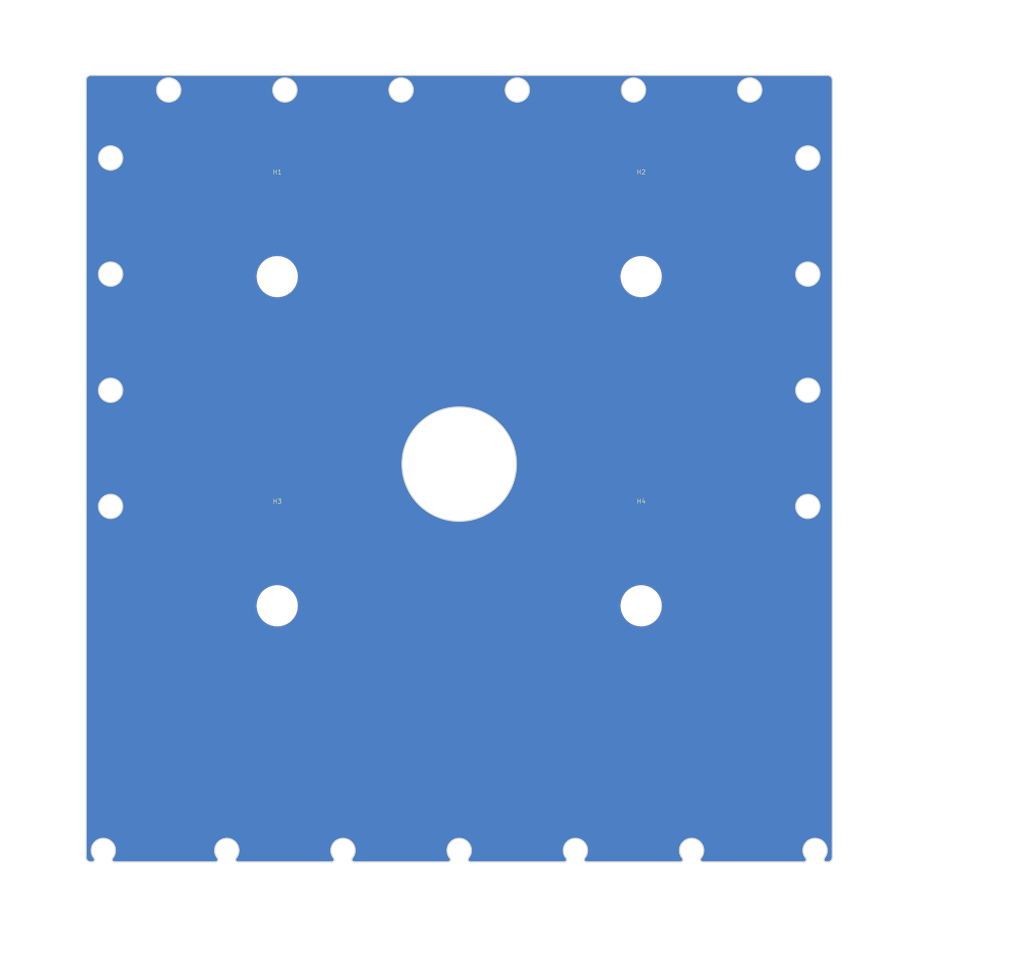
<source format=kicad_pcb>
(kicad_pcb (version 20221018) (generator pcbnew)
  (layers (0 "F.Cu" signal) (1 "In1.Cu" signal) (2 "In2.Cu" signal) (31 "B.Cu" signal) (34 "B.Paste" user) (35 "F.Paste" user) (36 "B.SilkS" user "B.Silkscreen") (37 "F.SilkS" user "F.Silkscreen") (38 "B.Mask" user) (39 "F.Mask" user) (44 "Edge.Cuts" user))
  (net 0 "")
  (footprint "0_Library:MountingHole_7.14mm" (layer "F.Cu") (at 41.775 42.995)
    (fp_text reference "H1" (at 0 -22.852 unlocked) (layer "F.SilkS") (effects (font (thickness 0.1))))
    (fp_text value "MountingHole")
    (pad "" np_thru_hole circle (at 0 0) (size 3.45 3.45) (drill 3.45) (layers "F&B.Cu" "*.Mask"))
  )
  (footprint "0_Library:MountingHole_7.14mm" (layer "F.Cu") (at 121.325 42.995)
    (fp_text reference "H2" (at 0 -22.852 unlocked) (layer "F.SilkS") (effects (font (thickness 0.1))))
    (fp_text value "MountingHole")
    (pad "" np_thru_hole circle (at 0 0) (size 3.45 3.45) (drill 3.45) (layers "F&B.Cu" "*.Mask"))
  )
  (footprint "0_Library:MountingHole_7.14mm" (layer "F.Cu") (at 41.775 114.985)
    (fp_text reference "H3" (at 0 -22.852 unlocked) (layer "F.SilkS") (effects (font (thickness 0.1))))
    (fp_text value "MountingHole")
    (pad "" np_thru_hole circle (at 0 0) (size 3.45 3.45) (drill 3.45) (layers "F&B.Cu" "*.Mask"))
  )
  (footprint "0_Library:MountingHole_7.14mm" (layer "F.Cu") (at 121.325 114.985)
    (fp_text reference "H4" (at 0 -22.852 unlocked) (layer "F.SilkS") (effects (font (thickness 0.1))))
    (fp_text value "MountingHole")
    (pad "" np_thru_hole circle (at 0 0) (size 3.45 3.45) (drill 3.45) (layers "F&B.Cu" "*.Mask"))
  )
  (gr_arc (start 58.583619 170.98) (mid 58.131534 170.693627) (end 58.19733 170.16254) (stroke (width 0.25)) (layer "Edge.Cuts"))
  (gr_arc (start 6.196119 170.98) (mid 5.744034 170.693627) (end 5.80983 170.16254) (stroke (width 0.25)) (layer "Edge.Cuts"))
  (gr_arc (start 109.383619 170.98) (mid 108.931534 170.693627) (end 108.99733 170.16254) (stroke (width 0.25)) (layer "Edge.Cuts"))
  (gr_arc (start 79.50267 170.16254) (mid 79.568453 170.69362) (end 79.116381 170.98) (stroke (width 0.25)) (layer "Edge.Cuts"))
  (gr_arc (start 104.90267 170.16254) (mid 106.95 165.83) (end 108.99733 170.16254) (stroke (width 0.25)) (layer "Edge.Cuts"))
  (gr_line (start 109.383619 170.98) (end 129.916381 170.98) (stroke (width 0.25)) (layer "Edge.Cuts"))
  (gr_arc (start 161.771119 170.98) (mid 161.319034 170.693627) (end 161.38483 170.16254) (stroke (width 0.25)) (layer "Edge.Cuts"))
  (gr_arc (start 163.1 169.98) (mid 162.807107 170.687107) (end 162.1 170.98) (stroke (width 0.25)) (layer "Edge.Cuts"))
  (gr_circle (center 5.35 93.25) (end 8 93.25) (stroke (width 0.25)) (fill none) (layer "Edge.Cuts"))
  (gr_circle (center 157.75 42.45) (end 160.4 42.45) (stroke (width 0.25)) (fill none) (layer "Edge.Cuts"))
  (gr_circle (center 157.75 93.25) (end 160.4 93.25) (stroke (width 0.25)) (fill none) (layer "Edge.Cuts"))
  (gr_arc (start 157.29017 170.16254) (mid 157.355953 170.69362) (end 156.903881 170.98) (stroke (width 0.25)) (layer "Edge.Cuts"))
  (gr_arc (start 130.30267 170.16254) (mid 132.35 165.83) (end 134.39733 170.16254) (stroke (width 0.25)) (layer "Edge.Cuts"))
  (gr_line (start 0 0) (end 0 169.98) (stroke (width 0.25)) (layer "Edge.Cuts"))
  (gr_circle (center 5.35 42.45) (end 8 42.45) (stroke (width 0.25)) (fill none) (layer "Edge.Cuts"))
  (gr_arc (start 130.30267 170.16254) (mid 130.368453 170.69362) (end 129.916381 170.98) (stroke (width 0.25)) (layer "Edge.Cuts"))
  (gr_arc (start 79.50267 170.16254) (mid 81.55 165.83) (end 83.59733 170.16254) (stroke (width 0.25)) (layer "Edge.Cuts"))
  (gr_arc (start 0 0) (mid 0.292893 -0.707107) (end 1 -1) (stroke (width 0.25)) (layer "Edge.Cuts"))
  (gr_circle (center 68.85 2.175) (end 71.5 2.175) (stroke (width 0.25)) (fill none) (layer "Edge.Cuts"))
  (gr_line (start 33.183619 170.98) (end 53.716381 170.98) (stroke (width 0.25)) (layer "Edge.Cuts"))
  (gr_circle (center 43.45 2.175) (end 46.1 2.175) (stroke (width 0.25)) (fill none) (layer "Edge.Cuts"))
  (gr_arc (start 83.983619 170.98) (mid 83.531534 170.693627) (end 83.59733 170.16254) (stroke (width 0.25)) (layer "Edge.Cuts"))
  (gr_line (start 163.1 169.98) (end 163.1 0) (stroke (width 0.25)) (layer "Edge.Cuts"))
  (gr_line (start 134.783619 170.98) (end 156.903881 170.98) (stroke (width 0.25)) (layer "Edge.Cuts"))
  (gr_circle (center 81.55 84) (end 94.05 84) (stroke (width 0.25)) (fill none) (layer "Edge.Cuts"))
  (gr_circle (center 157.75 17.05) (end 160.4 17.05) (stroke (width 0.25)) (fill none) (layer "Edge.Cuts"))
  (gr_arc (start 28.70267 170.16254) (mid 28.768453 170.69362) (end 28.316381 170.98) (stroke (width 0.25)) (layer "Edge.Cuts"))
  (gr_arc (start 1.71517 170.16254) (mid 1.780953 170.69362) (end 1.328881 170.98) (stroke (width 0.25)) (layer "Edge.Cuts"))
  (gr_line (start 1 170.98) (end 1.328881 170.98) (stroke (width 0.25)) (layer "Edge.Cuts"))
  (gr_arc (start 54.10267 170.16254) (mid 56.15 165.83) (end 58.19733 170.16254) (stroke (width 0.25)) (layer "Edge.Cuts"))
  (gr_line (start 1 -1) (end 162.1 -1) (stroke (width 0.25)) (layer "Edge.Cuts"))
  (gr_arc (start 33.183619 170.98) (mid 32.731534 170.693627) (end 32.79733 170.16254) (stroke (width 0.25)) (layer "Edge.Cuts"))
  (gr_arc (start 104.90267 170.16254) (mid 104.968453 170.69362) (end 104.516381 170.98) (stroke (width 0.25)) (layer "Edge.Cuts"))
  (gr_arc (start 28.70267 170.16254) (mid 30.75 165.83) (end 32.79733 170.16254) (stroke (width 0.25)) (layer "Edge.Cuts"))
  (gr_circle (center 145.05 2.175) (end 147.7 2.175) (stroke (width 0.25)) (fill none) (layer "Edge.Cuts"))
  (gr_circle (center 18.05 2.175) (end 20.7 2.175) (stroke (width 0.25)) (fill none) (layer "Edge.Cuts"))
  (gr_arc (start 162.1 -1) (mid 162.807107 -0.707107) (end 163.1 0) (stroke (width 0.25)) (layer "Edge.Cuts"))
  (gr_circle (center 157.75 67.85) (end 160.4 67.85) (stroke (width 0.25)) (fill none) (layer "Edge.Cuts"))
  (gr_arc (start 1.71517 170.16254) (mid 3.7625 165.83) (end 5.80983 170.16254) (stroke (width 0.25)) (layer "Edge.Cuts"))
  (gr_arc (start 157.29017 170.16254) (mid 159.3375 165.83) (end 161.38483 170.16254) (stroke (width 0.25)) (layer "Edge.Cuts"))
  (gr_circle (center 94.25 2.175) (end 96.9 2.175) (stroke (width 0.25)) (fill none) (layer "Edge.Cuts"))
  (gr_circle (center 119.65 2.175) (end 122.3 2.175) (stroke (width 0.25)) (fill none) (layer "Edge.Cuts"))
  (gr_line (start 58.583619 170.98) (end 79.116381 170.98) (stroke (width 0.25)) (layer "Edge.Cuts"))
  (gr_circle (center 5.35 67.85) (end 8 67.85) (stroke (width 0.25)) (fill none) (layer "Edge.Cuts"))
  (gr_line (start 161.771119 170.98) (end 162.1 170.98) (stroke (width 0.25)) (layer "Edge.Cuts"))
  (gr_arc (start 54.10267 170.16254) (mid 54.168453 170.69362) (end 53.716381 170.98) (stroke (width 0.25)) (layer "Edge.Cuts"))
  (gr_line (start 83.983619 170.98) (end 104.516381 170.98) (stroke (width 0.25)) (layer "Edge.Cuts"))
  (gr_arc (start 134.783619 170.98) (mid 134.331534 170.693627) (end 134.39733 170.16254) (stroke (width 0.25)) (layer "Edge.Cuts"))
  (gr_line (start 6.196119 170.98) (end 28.316381 170.98) (stroke (width 0.25)) (layer "Edge.Cuts"))
  (gr_arc (start 1 170.98) (mid 0.292893 170.687107) (end 0 169.98) (stroke (width 0.25)) (layer "Edge.Cuts"))
  (gr_circle (center 5.35 17.05) (end 8 17.05) (stroke (width 0.25)) (fill none) (layer "Edge.Cuts"))
  (zone (net 0) (net_name "") (layers "F.Cu" "In1.Cu" "In2.Cu" "B.Cu") (connect_pads (clearance 0.5)) (min_thickness 0.25) (fill yes (thermal_gap 0.5) (thermal_bridge_width 0.5) (island_removal_mode 1) (island_area_min 10))
    (polygon (pts (xy -12.5 -15) (xy 202.5 -17.5) (xy 205 192.5) (xy -18.825 189.15)))
  )
)
</source>
